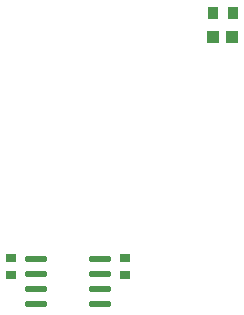
<source format=gtp>
G04 Layer: TopPasteMaskLayer*
G04 Panelize: , Column: 2, Row: 2, Board Size: 58.42mm x 58.42mm, Panelized Board Size: 118.84mm x 118.84mm*
G04 EasyEDA v6.5.34, 2023-08-21 18:11:39*
G04 00f0e8dbea56480481fd11457a506d8e,5a6b42c53f6a479593ecc07194224c93,10*
G04 Gerber Generator version 0.2*
G04 Scale: 100 percent, Rotated: No, Reflected: No *
G04 Dimensions in millimeters *
G04 leading zeros omitted , absolute positions ,4 integer and 5 decimal *
%FSLAX45Y45*%
%MOMM*%

%ADD10O,1.950212X0.5684012*%
%ADD11R,0.8999X1.0000*%
%ADD12R,1.0000X1.1000*%
%ADD13R,0.9000X0.8000*%

%LPD*%
D10*
G01*
X2650490Y3492500D03*
G01*
X2650490Y3365500D03*
G01*
X2650490Y3238500D03*
G01*
X2650490Y3111500D03*
G01*
X3191509Y3492500D03*
G01*
X3191509Y3365500D03*
G01*
X3191509Y3238500D03*
G01*
X3191509Y3111500D03*
D11*
G01*
X4144086Y5575300D03*
G01*
X4314088Y5575300D03*
D12*
G01*
X4149090Y5372100D03*
G01*
X4309084Y5372100D03*
D13*
G01*
X3403600Y3499002D03*
G01*
X3403600Y3358997D03*
G01*
X2438400Y3358997D03*
G01*
X2438400Y3499002D03*
M02*

</source>
